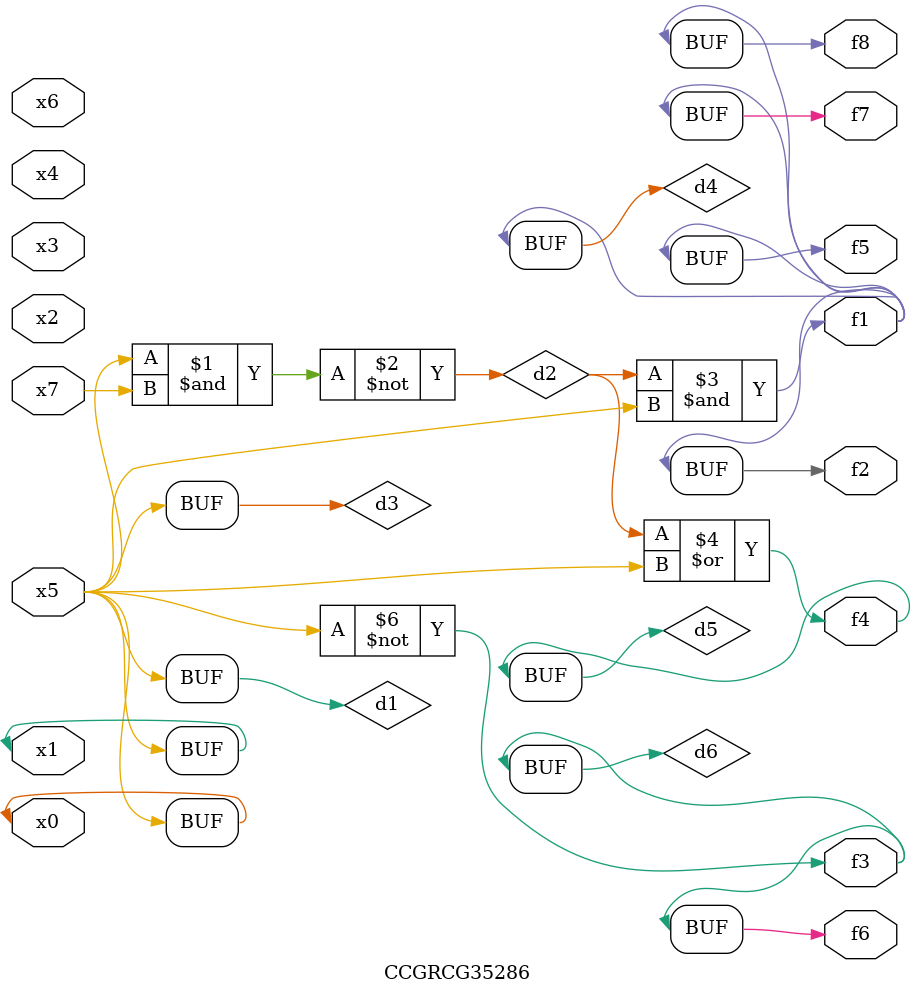
<source format=v>
module CCGRCG35286(
	input x0, x1, x2, x3, x4, x5, x6, x7,
	output f1, f2, f3, f4, f5, f6, f7, f8
);

	wire d1, d2, d3, d4, d5, d6;

	buf (d1, x0, x5);
	nand (d2, x5, x7);
	buf (d3, x0, x1);
	and (d4, d2, d3);
	or (d5, d2, d3);
	nor (d6, d1, d3);
	assign f1 = d4;
	assign f2 = d4;
	assign f3 = d6;
	assign f4 = d5;
	assign f5 = d4;
	assign f6 = d6;
	assign f7 = d4;
	assign f8 = d4;
endmodule

</source>
